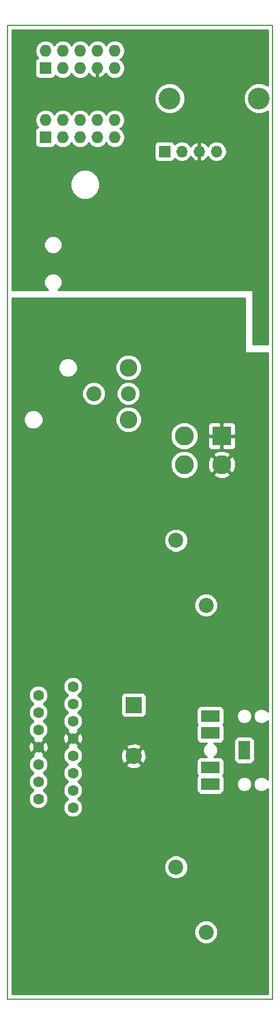
<source format=gbr>
G04 #@! TF.GenerationSoftware,KiCad,Pcbnew,(5.0.0-rc2-dev-311-g1dd4af297)*
G04 #@! TF.CreationDate,2018-05-15T09:42:03+02:00*
G04 #@! TF.ProjectId,resetUSB,72657365745553422E6B696361645F70,1.0*
G04 #@! TF.SameCoordinates,Original*
G04 #@! TF.FileFunction,Copper,L2,Bot,Signal*
G04 #@! TF.FilePolarity,Positive*
%FSLAX46Y46*%
G04 Gerber Fmt 4.6, Leading zero omitted, Abs format (unit mm)*
G04 Created by KiCad (PCBNEW (5.0.0-rc2-dev-311-g1dd4af297)) date 05/15/18 09:42:03*
%MOMM*%
%LPD*%
G01*
G04 APERTURE LIST*
%ADD10C,0.200000*%
%ADD11C,2.200000*%
%ADD12C,2.600000*%
%ADD13R,2.400000X2.400000*%
%ADD14C,2.400000*%
%ADD15C,3.200000*%
%ADD16R,1.727200X1.727200*%
%ADD17O,1.727200X1.727200*%
%ADD18O,1.700000X1.700000*%
%ADD19R,1.700000X1.700000*%
%ADD20R,2.800000X2.800000*%
%ADD21C,2.800000*%
%ADD22R,2.700000X1.700000*%
%ADD23R,1.700000X2.700000*%
%ADD24C,1.600000*%
%ADD25C,1.300000*%
%ADD26C,0.750000*%
%ADD27C,0.254000*%
G04 APERTURE END LIST*
D10*
X46037500Y-161932500D02*
X46037500Y-18932500D01*
X85037500Y-161932500D02*
X46037500Y-161932500D01*
X85037500Y-18932500D02*
X85037500Y-161932500D01*
X46037500Y-18932500D02*
X85037500Y-18932500D01*
D11*
X75247500Y-104112500D03*
X70807500Y-94582500D03*
X58747500Y-73032500D03*
X63827500Y-73032500D03*
D12*
X63827500Y-76842500D03*
X63827500Y-69222500D03*
D13*
X64579500Y-118754500D03*
D14*
X64579500Y-126254500D03*
D11*
X70807500Y-142582500D03*
X75247500Y-152112500D03*
D15*
X83011500Y-29686500D03*
X69871500Y-29686500D03*
D16*
X51625500Y-25242500D03*
D17*
X51625500Y-22702500D03*
X54165500Y-25242500D03*
X54165500Y-22702500D03*
X56705500Y-25242500D03*
X56705500Y-22702500D03*
X59245500Y-25242500D03*
X59245500Y-22702500D03*
X61785500Y-25242500D03*
X61785500Y-22702500D03*
X61785500Y-32862500D03*
X61785500Y-35402500D03*
X59245500Y-32862500D03*
X59245500Y-35402500D03*
X56705500Y-32862500D03*
X56705500Y-35402500D03*
X54165500Y-32862500D03*
X54165500Y-35402500D03*
X51625500Y-32862500D03*
D16*
X51625500Y-35402500D03*
D18*
X76771500Y-37474500D03*
X74231500Y-37474500D03*
X71691500Y-37474500D03*
D19*
X69151500Y-37474500D03*
D20*
X77533500Y-79257500D03*
D21*
X77533500Y-83457500D03*
X72033500Y-79257500D03*
X72033500Y-83457500D03*
D22*
X75857500Y-130394500D03*
X75857500Y-120394500D03*
X75857500Y-127894500D03*
X75857500Y-122894500D03*
D23*
X80857500Y-125394500D03*
D24*
X50587500Y-124932500D03*
X50587500Y-127472500D03*
X50587500Y-130012500D03*
X50587500Y-132552500D03*
X50587500Y-122392500D03*
X50587500Y-119852500D03*
X50587500Y-117312500D03*
X55667500Y-133822500D03*
X55667500Y-131282500D03*
X55667500Y-128742500D03*
X55667500Y-126202500D03*
X55667500Y-123662500D03*
X55667500Y-121122500D03*
X55667500Y-118582500D03*
X55667500Y-116042500D03*
D25*
X60515499Y-50822977D03*
X63360300Y-39567100D03*
X77760359Y-44261041D03*
X74104500Y-53349500D03*
X69151500Y-136534500D03*
X58991500Y-131962500D03*
X59753500Y-114436500D03*
X63690500Y-60334500D03*
X72326500Y-99704500D03*
X71691500Y-90243000D03*
X62166500Y-54746500D03*
X67373500Y-59826500D03*
X66873500Y-75798500D03*
X79510000Y-67143200D03*
D26*
X79510000Y-67143200D02*
X80272000Y-67143200D01*
D27*
G36*
X84302500Y-27816733D02*
X84277526Y-27791759D01*
X83456069Y-27451500D01*
X82566931Y-27451500D01*
X81745474Y-27791759D01*
X81116759Y-28420474D01*
X80776500Y-29241931D01*
X80776500Y-30131069D01*
X81116759Y-30952526D01*
X81745474Y-31581241D01*
X82566931Y-31921500D01*
X83456069Y-31921500D01*
X84277526Y-31581241D01*
X84302500Y-31556267D01*
X84302500Y-65805500D01*
X82164500Y-65805500D01*
X82164500Y-57932500D01*
X82154833Y-57883899D01*
X82127303Y-57842697D01*
X82086101Y-57815167D01*
X82037500Y-57805500D01*
X53502475Y-57805500D01*
X53869258Y-57438717D01*
X54072500Y-56948048D01*
X54072500Y-56416952D01*
X53869258Y-55926283D01*
X53493717Y-55550742D01*
X53003048Y-55347500D01*
X52471952Y-55347500D01*
X51981283Y-55550742D01*
X51605742Y-55926283D01*
X51402500Y-56416952D01*
X51402500Y-56948048D01*
X51605742Y-57438717D01*
X51972525Y-57805500D01*
X46772500Y-57805500D01*
X46772500Y-50916952D01*
X51402500Y-50916952D01*
X51402500Y-51448048D01*
X51605742Y-51938717D01*
X51981283Y-52314258D01*
X52471952Y-52517500D01*
X53003048Y-52517500D01*
X53493717Y-52314258D01*
X53869258Y-51938717D01*
X54072500Y-51448048D01*
X54072500Y-50916952D01*
X53869258Y-50426283D01*
X53493717Y-50050742D01*
X53003048Y-49847500D01*
X52471952Y-49847500D01*
X51981283Y-50050742D01*
X51605742Y-50426283D01*
X51402500Y-50916952D01*
X46772500Y-50916952D01*
X46772500Y-41897876D01*
X55252500Y-41897876D01*
X55252500Y-42767124D01*
X55585146Y-43570203D01*
X56199797Y-44184854D01*
X57002876Y-44517500D01*
X57872124Y-44517500D01*
X58675203Y-44184854D01*
X59289854Y-43570203D01*
X59622500Y-42767124D01*
X59622500Y-41897876D01*
X59289854Y-41094797D01*
X58675203Y-40480146D01*
X57872124Y-40147500D01*
X57002876Y-40147500D01*
X56199797Y-40480146D01*
X55585146Y-41094797D01*
X55252500Y-41897876D01*
X46772500Y-41897876D01*
X46772500Y-32862500D01*
X50097541Y-32862500D01*
X50213850Y-33447225D01*
X50540151Y-33935568D01*
X50514135Y-33940743D01*
X50304091Y-34081091D01*
X50163743Y-34291135D01*
X50114460Y-34538900D01*
X50114460Y-36266100D01*
X50163743Y-36513865D01*
X50304091Y-36723909D01*
X50514135Y-36864257D01*
X50761900Y-36913540D01*
X52489100Y-36913540D01*
X52736865Y-36864257D01*
X52946909Y-36723909D01*
X53087257Y-36513865D01*
X53092432Y-36487849D01*
X53580775Y-36814150D01*
X54017902Y-36901100D01*
X54313098Y-36901100D01*
X54750225Y-36814150D01*
X55245930Y-36482930D01*
X55435500Y-36199219D01*
X55625070Y-36482930D01*
X56120775Y-36814150D01*
X56557902Y-36901100D01*
X56853098Y-36901100D01*
X57290225Y-36814150D01*
X57785930Y-36482930D01*
X57975500Y-36199219D01*
X58165070Y-36482930D01*
X58660775Y-36814150D01*
X59097902Y-36901100D01*
X59393098Y-36901100D01*
X59830225Y-36814150D01*
X60325930Y-36482930D01*
X60515500Y-36199219D01*
X60705070Y-36482930D01*
X61200775Y-36814150D01*
X61637902Y-36901100D01*
X61933098Y-36901100D01*
X62370225Y-36814150D01*
X62654055Y-36624500D01*
X67654060Y-36624500D01*
X67654060Y-38324500D01*
X67703343Y-38572265D01*
X67843691Y-38782309D01*
X68053735Y-38922657D01*
X68301500Y-38971940D01*
X70001500Y-38971940D01*
X70249265Y-38922657D01*
X70459309Y-38782309D01*
X70599657Y-38572265D01*
X70608684Y-38526881D01*
X70620875Y-38545125D01*
X71112082Y-38873339D01*
X71545244Y-38959500D01*
X71837756Y-38959500D01*
X72270918Y-38873339D01*
X72762125Y-38545125D01*
X72975343Y-38226022D01*
X73036317Y-38355858D01*
X73464576Y-38746145D01*
X73874610Y-38915976D01*
X74104500Y-38794655D01*
X74104500Y-37601500D01*
X74084500Y-37601500D01*
X74084500Y-37347500D01*
X74104500Y-37347500D01*
X74104500Y-36154345D01*
X74358500Y-36154345D01*
X74358500Y-37347500D01*
X74378500Y-37347500D01*
X74378500Y-37601500D01*
X74358500Y-37601500D01*
X74358500Y-38794655D01*
X74588390Y-38915976D01*
X74998424Y-38746145D01*
X75426683Y-38355858D01*
X75487657Y-38226022D01*
X75700875Y-38545125D01*
X76192082Y-38873339D01*
X76625244Y-38959500D01*
X76917756Y-38959500D01*
X77350918Y-38873339D01*
X77842125Y-38545125D01*
X78170339Y-38053918D01*
X78285592Y-37474500D01*
X78170339Y-36895082D01*
X77842125Y-36403875D01*
X77350918Y-36075661D01*
X76917756Y-35989500D01*
X76625244Y-35989500D01*
X76192082Y-36075661D01*
X75700875Y-36403875D01*
X75487657Y-36722978D01*
X75426683Y-36593142D01*
X74998424Y-36202855D01*
X74588390Y-36033024D01*
X74358500Y-36154345D01*
X74104500Y-36154345D01*
X73874610Y-36033024D01*
X73464576Y-36202855D01*
X73036317Y-36593142D01*
X72975343Y-36722978D01*
X72762125Y-36403875D01*
X72270918Y-36075661D01*
X71837756Y-35989500D01*
X71545244Y-35989500D01*
X71112082Y-36075661D01*
X70620875Y-36403875D01*
X70608684Y-36422119D01*
X70599657Y-36376735D01*
X70459309Y-36166691D01*
X70249265Y-36026343D01*
X70001500Y-35977060D01*
X68301500Y-35977060D01*
X68053735Y-36026343D01*
X67843691Y-36166691D01*
X67703343Y-36376735D01*
X67654060Y-36624500D01*
X62654055Y-36624500D01*
X62865930Y-36482930D01*
X63197150Y-35987225D01*
X63313459Y-35402500D01*
X63197150Y-34817775D01*
X62865930Y-34322070D01*
X62582219Y-34132500D01*
X62865930Y-33942930D01*
X63197150Y-33447225D01*
X63313459Y-32862500D01*
X63197150Y-32277775D01*
X62865930Y-31782070D01*
X62370225Y-31450850D01*
X61933098Y-31363900D01*
X61637902Y-31363900D01*
X61200775Y-31450850D01*
X60705070Y-31782070D01*
X60515500Y-32065781D01*
X60325930Y-31782070D01*
X59830225Y-31450850D01*
X59393098Y-31363900D01*
X59097902Y-31363900D01*
X58660775Y-31450850D01*
X58165070Y-31782070D01*
X57975500Y-32065781D01*
X57785930Y-31782070D01*
X57290225Y-31450850D01*
X56853098Y-31363900D01*
X56557902Y-31363900D01*
X56120775Y-31450850D01*
X55625070Y-31782070D01*
X55435500Y-32065781D01*
X55245930Y-31782070D01*
X54750225Y-31450850D01*
X54313098Y-31363900D01*
X54017902Y-31363900D01*
X53580775Y-31450850D01*
X53085070Y-31782070D01*
X52895500Y-32065781D01*
X52705930Y-31782070D01*
X52210225Y-31450850D01*
X51773098Y-31363900D01*
X51477902Y-31363900D01*
X51040775Y-31450850D01*
X50545070Y-31782070D01*
X50213850Y-32277775D01*
X50097541Y-32862500D01*
X46772500Y-32862500D01*
X46772500Y-29241931D01*
X67636500Y-29241931D01*
X67636500Y-30131069D01*
X67976759Y-30952526D01*
X68605474Y-31581241D01*
X69426931Y-31921500D01*
X70316069Y-31921500D01*
X71137526Y-31581241D01*
X71766241Y-30952526D01*
X72106500Y-30131069D01*
X72106500Y-29241931D01*
X71766241Y-28420474D01*
X71137526Y-27791759D01*
X70316069Y-27451500D01*
X69426931Y-27451500D01*
X68605474Y-27791759D01*
X67976759Y-28420474D01*
X67636500Y-29241931D01*
X46772500Y-29241931D01*
X46772500Y-22702500D01*
X50097541Y-22702500D01*
X50213850Y-23287225D01*
X50540151Y-23775568D01*
X50514135Y-23780743D01*
X50304091Y-23921091D01*
X50163743Y-24131135D01*
X50114460Y-24378900D01*
X50114460Y-26106100D01*
X50163743Y-26353865D01*
X50304091Y-26563909D01*
X50514135Y-26704257D01*
X50761900Y-26753540D01*
X52489100Y-26753540D01*
X52736865Y-26704257D01*
X52946909Y-26563909D01*
X53087257Y-26353865D01*
X53092432Y-26327849D01*
X53580775Y-26654150D01*
X54017902Y-26741100D01*
X54313098Y-26741100D01*
X54750225Y-26654150D01*
X55245930Y-26322930D01*
X55435500Y-26039219D01*
X55625070Y-26322930D01*
X56120775Y-26654150D01*
X56557902Y-26741100D01*
X56853098Y-26741100D01*
X57290225Y-26654150D01*
X57785930Y-26322930D01*
X57978537Y-26034674D01*
X58357010Y-26449321D01*
X58886473Y-26697468D01*
X59118500Y-26576969D01*
X59118500Y-25369500D01*
X59098500Y-25369500D01*
X59098500Y-25115500D01*
X59118500Y-25115500D01*
X59118500Y-25095500D01*
X59372500Y-25095500D01*
X59372500Y-25115500D01*
X59392500Y-25115500D01*
X59392500Y-25369500D01*
X59372500Y-25369500D01*
X59372500Y-26576969D01*
X59604527Y-26697468D01*
X60133990Y-26449321D01*
X60512463Y-26034674D01*
X60705070Y-26322930D01*
X61200775Y-26654150D01*
X61637902Y-26741100D01*
X61933098Y-26741100D01*
X62370225Y-26654150D01*
X62865930Y-26322930D01*
X63197150Y-25827225D01*
X63313459Y-25242500D01*
X63197150Y-24657775D01*
X62865930Y-24162070D01*
X62582219Y-23972500D01*
X62865930Y-23782930D01*
X63197150Y-23287225D01*
X63313459Y-22702500D01*
X63197150Y-22117775D01*
X62865930Y-21622070D01*
X62370225Y-21290850D01*
X61933098Y-21203900D01*
X61637902Y-21203900D01*
X61200775Y-21290850D01*
X60705070Y-21622070D01*
X60515500Y-21905781D01*
X60325930Y-21622070D01*
X59830225Y-21290850D01*
X59393098Y-21203900D01*
X59097902Y-21203900D01*
X58660775Y-21290850D01*
X58165070Y-21622070D01*
X57975500Y-21905781D01*
X57785930Y-21622070D01*
X57290225Y-21290850D01*
X56853098Y-21203900D01*
X56557902Y-21203900D01*
X56120775Y-21290850D01*
X55625070Y-21622070D01*
X55435500Y-21905781D01*
X55245930Y-21622070D01*
X54750225Y-21290850D01*
X54313098Y-21203900D01*
X54017902Y-21203900D01*
X53580775Y-21290850D01*
X53085070Y-21622070D01*
X52895500Y-21905781D01*
X52705930Y-21622070D01*
X52210225Y-21290850D01*
X51773098Y-21203900D01*
X51477902Y-21203900D01*
X51040775Y-21290850D01*
X50545070Y-21622070D01*
X50213850Y-22117775D01*
X50097541Y-22702500D01*
X46772500Y-22702500D01*
X46772500Y-19667500D01*
X84302500Y-19667500D01*
X84302500Y-27816733D01*
X84302500Y-27816733D01*
G37*
X84302500Y-27816733D02*
X84277526Y-27791759D01*
X83456069Y-27451500D01*
X82566931Y-27451500D01*
X81745474Y-27791759D01*
X81116759Y-28420474D01*
X80776500Y-29241931D01*
X80776500Y-30131069D01*
X81116759Y-30952526D01*
X81745474Y-31581241D01*
X82566931Y-31921500D01*
X83456069Y-31921500D01*
X84277526Y-31581241D01*
X84302500Y-31556267D01*
X84302500Y-65805500D01*
X82164500Y-65805500D01*
X82164500Y-57932500D01*
X82154833Y-57883899D01*
X82127303Y-57842697D01*
X82086101Y-57815167D01*
X82037500Y-57805500D01*
X53502475Y-57805500D01*
X53869258Y-57438717D01*
X54072500Y-56948048D01*
X54072500Y-56416952D01*
X53869258Y-55926283D01*
X53493717Y-55550742D01*
X53003048Y-55347500D01*
X52471952Y-55347500D01*
X51981283Y-55550742D01*
X51605742Y-55926283D01*
X51402500Y-56416952D01*
X51402500Y-56948048D01*
X51605742Y-57438717D01*
X51972525Y-57805500D01*
X46772500Y-57805500D01*
X46772500Y-50916952D01*
X51402500Y-50916952D01*
X51402500Y-51448048D01*
X51605742Y-51938717D01*
X51981283Y-52314258D01*
X52471952Y-52517500D01*
X53003048Y-52517500D01*
X53493717Y-52314258D01*
X53869258Y-51938717D01*
X54072500Y-51448048D01*
X54072500Y-50916952D01*
X53869258Y-50426283D01*
X53493717Y-50050742D01*
X53003048Y-49847500D01*
X52471952Y-49847500D01*
X51981283Y-50050742D01*
X51605742Y-50426283D01*
X51402500Y-50916952D01*
X46772500Y-50916952D01*
X46772500Y-41897876D01*
X55252500Y-41897876D01*
X55252500Y-42767124D01*
X55585146Y-43570203D01*
X56199797Y-44184854D01*
X57002876Y-44517500D01*
X57872124Y-44517500D01*
X58675203Y-44184854D01*
X59289854Y-43570203D01*
X59622500Y-42767124D01*
X59622500Y-41897876D01*
X59289854Y-41094797D01*
X58675203Y-40480146D01*
X57872124Y-40147500D01*
X57002876Y-40147500D01*
X56199797Y-40480146D01*
X55585146Y-41094797D01*
X55252500Y-41897876D01*
X46772500Y-41897876D01*
X46772500Y-32862500D01*
X50097541Y-32862500D01*
X50213850Y-33447225D01*
X50540151Y-33935568D01*
X50514135Y-33940743D01*
X50304091Y-34081091D01*
X50163743Y-34291135D01*
X50114460Y-34538900D01*
X50114460Y-36266100D01*
X50163743Y-36513865D01*
X50304091Y-36723909D01*
X50514135Y-36864257D01*
X50761900Y-36913540D01*
X52489100Y-36913540D01*
X52736865Y-36864257D01*
X52946909Y-36723909D01*
X53087257Y-36513865D01*
X53092432Y-36487849D01*
X53580775Y-36814150D01*
X54017902Y-36901100D01*
X54313098Y-36901100D01*
X54750225Y-36814150D01*
X55245930Y-36482930D01*
X55435500Y-36199219D01*
X55625070Y-36482930D01*
X56120775Y-36814150D01*
X56557902Y-36901100D01*
X56853098Y-36901100D01*
X57290225Y-36814150D01*
X57785930Y-36482930D01*
X57975500Y-36199219D01*
X58165070Y-36482930D01*
X58660775Y-36814150D01*
X59097902Y-36901100D01*
X59393098Y-36901100D01*
X59830225Y-36814150D01*
X60325930Y-36482930D01*
X60515500Y-36199219D01*
X60705070Y-36482930D01*
X61200775Y-36814150D01*
X61637902Y-36901100D01*
X61933098Y-36901100D01*
X62370225Y-36814150D01*
X62654055Y-36624500D01*
X67654060Y-36624500D01*
X67654060Y-38324500D01*
X67703343Y-38572265D01*
X67843691Y-38782309D01*
X68053735Y-38922657D01*
X68301500Y-38971940D01*
X70001500Y-38971940D01*
X70249265Y-38922657D01*
X70459309Y-38782309D01*
X70599657Y-38572265D01*
X70608684Y-38526881D01*
X70620875Y-38545125D01*
X71112082Y-38873339D01*
X71545244Y-38959500D01*
X71837756Y-38959500D01*
X72270918Y-38873339D01*
X72762125Y-38545125D01*
X72975343Y-38226022D01*
X73036317Y-38355858D01*
X73464576Y-38746145D01*
X73874610Y-38915976D01*
X74104500Y-38794655D01*
X74104500Y-37601500D01*
X74084500Y-37601500D01*
X74084500Y-37347500D01*
X74104500Y-37347500D01*
X74104500Y-36154345D01*
X74358500Y-36154345D01*
X74358500Y-37347500D01*
X74378500Y-37347500D01*
X74378500Y-37601500D01*
X74358500Y-37601500D01*
X74358500Y-38794655D01*
X74588390Y-38915976D01*
X74998424Y-38746145D01*
X75426683Y-38355858D01*
X75487657Y-38226022D01*
X75700875Y-38545125D01*
X76192082Y-38873339D01*
X76625244Y-38959500D01*
X76917756Y-38959500D01*
X77350918Y-38873339D01*
X77842125Y-38545125D01*
X78170339Y-38053918D01*
X78285592Y-37474500D01*
X78170339Y-36895082D01*
X77842125Y-36403875D01*
X77350918Y-36075661D01*
X76917756Y-35989500D01*
X76625244Y-35989500D01*
X76192082Y-36075661D01*
X75700875Y-36403875D01*
X75487657Y-36722978D01*
X75426683Y-36593142D01*
X74998424Y-36202855D01*
X74588390Y-36033024D01*
X74358500Y-36154345D01*
X74104500Y-36154345D01*
X73874610Y-36033024D01*
X73464576Y-36202855D01*
X73036317Y-36593142D01*
X72975343Y-36722978D01*
X72762125Y-36403875D01*
X72270918Y-36075661D01*
X71837756Y-35989500D01*
X71545244Y-35989500D01*
X71112082Y-36075661D01*
X70620875Y-36403875D01*
X70608684Y-36422119D01*
X70599657Y-36376735D01*
X70459309Y-36166691D01*
X70249265Y-36026343D01*
X70001500Y-35977060D01*
X68301500Y-35977060D01*
X68053735Y-36026343D01*
X67843691Y-36166691D01*
X67703343Y-36376735D01*
X67654060Y-36624500D01*
X62654055Y-36624500D01*
X62865930Y-36482930D01*
X63197150Y-35987225D01*
X63313459Y-35402500D01*
X63197150Y-34817775D01*
X62865930Y-34322070D01*
X62582219Y-34132500D01*
X62865930Y-33942930D01*
X63197150Y-33447225D01*
X63313459Y-32862500D01*
X63197150Y-32277775D01*
X62865930Y-31782070D01*
X62370225Y-31450850D01*
X61933098Y-31363900D01*
X61637902Y-31363900D01*
X61200775Y-31450850D01*
X60705070Y-31782070D01*
X60515500Y-32065781D01*
X60325930Y-31782070D01*
X59830225Y-31450850D01*
X59393098Y-31363900D01*
X59097902Y-31363900D01*
X58660775Y-31450850D01*
X58165070Y-31782070D01*
X57975500Y-32065781D01*
X57785930Y-31782070D01*
X57290225Y-31450850D01*
X56853098Y-31363900D01*
X56557902Y-31363900D01*
X56120775Y-31450850D01*
X55625070Y-31782070D01*
X55435500Y-32065781D01*
X55245930Y-31782070D01*
X54750225Y-31450850D01*
X54313098Y-31363900D01*
X54017902Y-31363900D01*
X53580775Y-31450850D01*
X53085070Y-31782070D01*
X52895500Y-32065781D01*
X52705930Y-31782070D01*
X52210225Y-31450850D01*
X51773098Y-31363900D01*
X51477902Y-31363900D01*
X51040775Y-31450850D01*
X50545070Y-31782070D01*
X50213850Y-32277775D01*
X50097541Y-32862500D01*
X46772500Y-32862500D01*
X46772500Y-29241931D01*
X67636500Y-29241931D01*
X67636500Y-30131069D01*
X67976759Y-30952526D01*
X68605474Y-31581241D01*
X69426931Y-31921500D01*
X70316069Y-31921500D01*
X71137526Y-31581241D01*
X71766241Y-30952526D01*
X72106500Y-30131069D01*
X72106500Y-29241931D01*
X71766241Y-28420474D01*
X71137526Y-27791759D01*
X70316069Y-27451500D01*
X69426931Y-27451500D01*
X68605474Y-27791759D01*
X67976759Y-28420474D01*
X67636500Y-29241931D01*
X46772500Y-29241931D01*
X46772500Y-22702500D01*
X50097541Y-22702500D01*
X50213850Y-23287225D01*
X50540151Y-23775568D01*
X50514135Y-23780743D01*
X50304091Y-23921091D01*
X50163743Y-24131135D01*
X50114460Y-24378900D01*
X50114460Y-26106100D01*
X50163743Y-26353865D01*
X50304091Y-26563909D01*
X50514135Y-26704257D01*
X50761900Y-26753540D01*
X52489100Y-26753540D01*
X52736865Y-26704257D01*
X52946909Y-26563909D01*
X53087257Y-26353865D01*
X53092432Y-26327849D01*
X53580775Y-26654150D01*
X54017902Y-26741100D01*
X54313098Y-26741100D01*
X54750225Y-26654150D01*
X55245930Y-26322930D01*
X55435500Y-26039219D01*
X55625070Y-26322930D01*
X56120775Y-26654150D01*
X56557902Y-26741100D01*
X56853098Y-26741100D01*
X57290225Y-26654150D01*
X57785930Y-26322930D01*
X57978537Y-26034674D01*
X58357010Y-26449321D01*
X58886473Y-26697468D01*
X59118500Y-26576969D01*
X59118500Y-25369500D01*
X59098500Y-25369500D01*
X59098500Y-25115500D01*
X59118500Y-25115500D01*
X59118500Y-25095500D01*
X59372500Y-25095500D01*
X59372500Y-25115500D01*
X59392500Y-25115500D01*
X59392500Y-25369500D01*
X59372500Y-25369500D01*
X59372500Y-26576969D01*
X59604527Y-26697468D01*
X60133990Y-26449321D01*
X60512463Y-26034674D01*
X60705070Y-26322930D01*
X61200775Y-26654150D01*
X61637902Y-26741100D01*
X61933098Y-26741100D01*
X62370225Y-26654150D01*
X62865930Y-26322930D01*
X63197150Y-25827225D01*
X63313459Y-25242500D01*
X63197150Y-24657775D01*
X62865930Y-24162070D01*
X62582219Y-23972500D01*
X62865930Y-23782930D01*
X63197150Y-23287225D01*
X63313459Y-22702500D01*
X63197150Y-22117775D01*
X62865930Y-21622070D01*
X62370225Y-21290850D01*
X61933098Y-21203900D01*
X61637902Y-21203900D01*
X61200775Y-21290850D01*
X60705070Y-21622070D01*
X60515500Y-21905781D01*
X60325930Y-21622070D01*
X59830225Y-21290850D01*
X59393098Y-21203900D01*
X59097902Y-21203900D01*
X58660775Y-21290850D01*
X58165070Y-21622070D01*
X57975500Y-21905781D01*
X57785930Y-21622070D01*
X57290225Y-21290850D01*
X56853098Y-21203900D01*
X56557902Y-21203900D01*
X56120775Y-21290850D01*
X55625070Y-21622070D01*
X55435500Y-21905781D01*
X55245930Y-21622070D01*
X54750225Y-21290850D01*
X54313098Y-21203900D01*
X54017902Y-21203900D01*
X53580775Y-21290850D01*
X53085070Y-21622070D01*
X52895500Y-21905781D01*
X52705930Y-21622070D01*
X52210225Y-21290850D01*
X51773098Y-21203900D01*
X51477902Y-21203900D01*
X51040775Y-21290850D01*
X50545070Y-21622070D01*
X50213850Y-22117775D01*
X50097541Y-22702500D01*
X46772500Y-22702500D01*
X46772500Y-19667500D01*
X84302500Y-19667500D01*
X84302500Y-27816733D01*
G36*
X80910500Y-66932500D02*
X80920167Y-66981101D01*
X80947697Y-67022303D01*
X80988899Y-67049833D01*
X81037500Y-67059500D01*
X84302500Y-67059500D01*
X84302501Y-119734368D01*
X84000426Y-119432293D01*
X83583266Y-119259500D01*
X83131734Y-119259500D01*
X82714574Y-119432293D01*
X82395293Y-119751574D01*
X82222500Y-120168734D01*
X82222500Y-120620266D01*
X82395293Y-121037426D01*
X82714574Y-121356707D01*
X83131734Y-121529500D01*
X83583266Y-121529500D01*
X84000426Y-121356707D01*
X84302501Y-121054632D01*
X84302501Y-129734368D01*
X84000426Y-129432293D01*
X83583266Y-129259500D01*
X83131734Y-129259500D01*
X82714574Y-129432293D01*
X82395293Y-129751574D01*
X82222500Y-130168734D01*
X82222500Y-130620266D01*
X82395293Y-131037426D01*
X82714574Y-131356707D01*
X83131734Y-131529500D01*
X83583266Y-131529500D01*
X84000426Y-131356707D01*
X84302501Y-131054632D01*
X84302501Y-161197500D01*
X46772500Y-161197500D01*
X46772500Y-151767387D01*
X73512500Y-151767387D01*
X73512500Y-152457613D01*
X73776638Y-153095299D01*
X74264701Y-153583362D01*
X74902387Y-153847500D01*
X75592613Y-153847500D01*
X76230299Y-153583362D01*
X76718362Y-153095299D01*
X76982500Y-152457613D01*
X76982500Y-151767387D01*
X76718362Y-151129701D01*
X76230299Y-150641638D01*
X75592613Y-150377500D01*
X74902387Y-150377500D01*
X74264701Y-150641638D01*
X73776638Y-151129701D01*
X73512500Y-151767387D01*
X46772500Y-151767387D01*
X46772500Y-142237387D01*
X69072500Y-142237387D01*
X69072500Y-142927613D01*
X69336638Y-143565299D01*
X69824701Y-144053362D01*
X70462387Y-144317500D01*
X71152613Y-144317500D01*
X71790299Y-144053362D01*
X72278362Y-143565299D01*
X72542500Y-142927613D01*
X72542500Y-142237387D01*
X72278362Y-141599701D01*
X71790299Y-141111638D01*
X71152613Y-140847500D01*
X70462387Y-140847500D01*
X69824701Y-141111638D01*
X69336638Y-141599701D01*
X69072500Y-142237387D01*
X46772500Y-142237387D01*
X46772500Y-127187061D01*
X49152500Y-127187061D01*
X49152500Y-127757939D01*
X49370966Y-128285362D01*
X49774638Y-128689034D01*
X49903716Y-128742500D01*
X49774638Y-128795966D01*
X49370966Y-129199638D01*
X49152500Y-129727061D01*
X49152500Y-130297939D01*
X49370966Y-130825362D01*
X49774638Y-131229034D01*
X49903716Y-131282500D01*
X49774638Y-131335966D01*
X49370966Y-131739638D01*
X49152500Y-132267061D01*
X49152500Y-132837939D01*
X49370966Y-133365362D01*
X49774638Y-133769034D01*
X50302061Y-133987500D01*
X50872939Y-133987500D01*
X51400362Y-133769034D01*
X51804034Y-133365362D01*
X52022500Y-132837939D01*
X52022500Y-132267061D01*
X51804034Y-131739638D01*
X51400362Y-131335966D01*
X51271284Y-131282500D01*
X51400362Y-131229034D01*
X51804034Y-130825362D01*
X52022500Y-130297939D01*
X52022500Y-129727061D01*
X51804034Y-129199638D01*
X51400362Y-128795966D01*
X51271284Y-128742500D01*
X51400362Y-128689034D01*
X51804034Y-128285362D01*
X52022500Y-127757939D01*
X52022500Y-127187061D01*
X51804034Y-126659638D01*
X51400362Y-126255966D01*
X51286917Y-126208975D01*
X51341505Y-126186364D01*
X51415639Y-125940245D01*
X51392456Y-125917061D01*
X54232500Y-125917061D01*
X54232500Y-126487939D01*
X54450966Y-127015362D01*
X54854638Y-127419034D01*
X54983716Y-127472500D01*
X54854638Y-127525966D01*
X54450966Y-127929638D01*
X54232500Y-128457061D01*
X54232500Y-129027939D01*
X54450966Y-129555362D01*
X54854638Y-129959034D01*
X54983716Y-130012500D01*
X54854638Y-130065966D01*
X54450966Y-130469638D01*
X54232500Y-130997061D01*
X54232500Y-131567939D01*
X54450966Y-132095362D01*
X54854638Y-132499034D01*
X54983716Y-132552500D01*
X54854638Y-132605966D01*
X54450966Y-133009638D01*
X54232500Y-133537061D01*
X54232500Y-134107939D01*
X54450966Y-134635362D01*
X54854638Y-135039034D01*
X55382061Y-135257500D01*
X55952939Y-135257500D01*
X56480362Y-135039034D01*
X56884034Y-134635362D01*
X57102500Y-134107939D01*
X57102500Y-133537061D01*
X56884034Y-133009638D01*
X56480362Y-132605966D01*
X56351284Y-132552500D01*
X56480362Y-132499034D01*
X56884034Y-132095362D01*
X57102500Y-131567939D01*
X57102500Y-130997061D01*
X56884034Y-130469638D01*
X56480362Y-130065966D01*
X56351284Y-130012500D01*
X56480362Y-129959034D01*
X56884034Y-129555362D01*
X57102500Y-129027939D01*
X57102500Y-128457061D01*
X56884034Y-127929638D01*
X56506071Y-127551675D01*
X63461930Y-127551675D01*
X63585065Y-127839288D01*
X64267234Y-128099207D01*
X64996943Y-128078286D01*
X65573935Y-127839288D01*
X65697070Y-127551675D01*
X64579500Y-126434105D01*
X63461930Y-127551675D01*
X56506071Y-127551675D01*
X56480362Y-127525966D01*
X56351284Y-127472500D01*
X56480362Y-127419034D01*
X56884034Y-127015362D01*
X57102500Y-126487939D01*
X57102500Y-125942234D01*
X62734793Y-125942234D01*
X62755714Y-126671943D01*
X62994712Y-127248935D01*
X63282325Y-127372070D01*
X64399895Y-126254500D01*
X64759105Y-126254500D01*
X65876675Y-127372070D01*
X66164288Y-127248935D01*
X66424207Y-126566766D01*
X66403286Y-125837057D01*
X66164288Y-125260065D01*
X65876675Y-125136930D01*
X64759105Y-126254500D01*
X64399895Y-126254500D01*
X63282325Y-125136930D01*
X62994712Y-125260065D01*
X62734793Y-125942234D01*
X57102500Y-125942234D01*
X57102500Y-125917061D01*
X56884034Y-125389638D01*
X56480362Y-124985966D01*
X56411218Y-124957325D01*
X63461930Y-124957325D01*
X64579500Y-126074895D01*
X65697070Y-124957325D01*
X65573935Y-124669712D01*
X64891766Y-124409793D01*
X64162057Y-124430714D01*
X63585065Y-124669712D01*
X63461930Y-124957325D01*
X56411218Y-124957325D01*
X56366917Y-124938975D01*
X56421505Y-124916364D01*
X56495639Y-124670245D01*
X55667500Y-123842105D01*
X54839361Y-124670245D01*
X54913495Y-124916364D01*
X54971948Y-124937374D01*
X54854638Y-124985966D01*
X54450966Y-125389638D01*
X54232500Y-125917061D01*
X51392456Y-125917061D01*
X50587500Y-125112105D01*
X49759361Y-125940245D01*
X49833495Y-126186364D01*
X49891948Y-126207374D01*
X49774638Y-126255966D01*
X49370966Y-126659638D01*
X49152500Y-127187061D01*
X46772500Y-127187061D01*
X46772500Y-124715723D01*
X49140535Y-124715723D01*
X49167722Y-125285954D01*
X49333636Y-125686505D01*
X49579755Y-125760639D01*
X50407895Y-124932500D01*
X50767105Y-124932500D01*
X51595245Y-125760639D01*
X51841364Y-125686505D01*
X52034465Y-125149277D01*
X52007278Y-124579046D01*
X51841364Y-124178495D01*
X51595245Y-124104361D01*
X50767105Y-124932500D01*
X50407895Y-124932500D01*
X49579755Y-124104361D01*
X49333636Y-124178495D01*
X49140535Y-124715723D01*
X46772500Y-124715723D01*
X46772500Y-117027061D01*
X49152500Y-117027061D01*
X49152500Y-117597939D01*
X49370966Y-118125362D01*
X49774638Y-118529034D01*
X49903716Y-118582500D01*
X49774638Y-118635966D01*
X49370966Y-119039638D01*
X49152500Y-119567061D01*
X49152500Y-120137939D01*
X49370966Y-120665362D01*
X49774638Y-121069034D01*
X49903716Y-121122500D01*
X49774638Y-121175966D01*
X49370966Y-121579638D01*
X49152500Y-122107061D01*
X49152500Y-122677939D01*
X49370966Y-123205362D01*
X49774638Y-123609034D01*
X49888083Y-123656025D01*
X49833495Y-123678636D01*
X49759361Y-123924755D01*
X50587500Y-124752895D01*
X51415639Y-123924755D01*
X51341505Y-123678636D01*
X51283052Y-123657626D01*
X51400362Y-123609034D01*
X51563673Y-123445723D01*
X54220535Y-123445723D01*
X54247722Y-124015954D01*
X54413636Y-124416505D01*
X54659755Y-124490639D01*
X55487895Y-123662500D01*
X55847105Y-123662500D01*
X56675245Y-124490639D01*
X56921364Y-124416505D01*
X57114465Y-123879277D01*
X57087278Y-123309046D01*
X56921364Y-122908495D01*
X56675245Y-122834361D01*
X55847105Y-123662500D01*
X55487895Y-123662500D01*
X54659755Y-122834361D01*
X54413636Y-122908495D01*
X54220535Y-123445723D01*
X51563673Y-123445723D01*
X51804034Y-123205362D01*
X52022500Y-122677939D01*
X52022500Y-122107061D01*
X51804034Y-121579638D01*
X51400362Y-121175966D01*
X51271284Y-121122500D01*
X51400362Y-121069034D01*
X51804034Y-120665362D01*
X52022500Y-120137939D01*
X52022500Y-119567061D01*
X51804034Y-119039638D01*
X51400362Y-118635966D01*
X51271284Y-118582500D01*
X51400362Y-118529034D01*
X51804034Y-118125362D01*
X52022500Y-117597939D01*
X52022500Y-117027061D01*
X51804034Y-116499638D01*
X51400362Y-116095966D01*
X50872939Y-115877500D01*
X50302061Y-115877500D01*
X49774638Y-116095966D01*
X49370966Y-116499638D01*
X49152500Y-117027061D01*
X46772500Y-117027061D01*
X46772500Y-115757061D01*
X54232500Y-115757061D01*
X54232500Y-116327939D01*
X54450966Y-116855362D01*
X54854638Y-117259034D01*
X54983716Y-117312500D01*
X54854638Y-117365966D01*
X54450966Y-117769638D01*
X54232500Y-118297061D01*
X54232500Y-118867939D01*
X54450966Y-119395362D01*
X54854638Y-119799034D01*
X54983716Y-119852500D01*
X54854638Y-119905966D01*
X54450966Y-120309638D01*
X54232500Y-120837061D01*
X54232500Y-121407939D01*
X54450966Y-121935362D01*
X54854638Y-122339034D01*
X54968083Y-122386025D01*
X54913495Y-122408636D01*
X54839361Y-122654755D01*
X55667500Y-123482895D01*
X56495639Y-122654755D01*
X56421505Y-122408636D01*
X56363052Y-122387626D01*
X56480362Y-122339034D01*
X56884034Y-121935362D01*
X57102500Y-121407939D01*
X57102500Y-120837061D01*
X56884034Y-120309638D01*
X56480362Y-119905966D01*
X56351284Y-119852500D01*
X56480362Y-119799034D01*
X56884034Y-119395362D01*
X57102500Y-118867939D01*
X57102500Y-118297061D01*
X56884034Y-117769638D01*
X56668896Y-117554500D01*
X62732060Y-117554500D01*
X62732060Y-119954500D01*
X62781343Y-120202265D01*
X62921691Y-120412309D01*
X63131735Y-120552657D01*
X63379500Y-120601940D01*
X65779500Y-120601940D01*
X66027265Y-120552657D01*
X66237309Y-120412309D01*
X66377657Y-120202265D01*
X66426940Y-119954500D01*
X66426940Y-119544500D01*
X73860060Y-119544500D01*
X73860060Y-121244500D01*
X73909343Y-121492265D01*
X74011064Y-121644500D01*
X73909343Y-121796735D01*
X73860060Y-122044500D01*
X73860060Y-123744500D01*
X73909343Y-123992265D01*
X74049691Y-124202309D01*
X74259735Y-124342657D01*
X74507500Y-124391940D01*
X75311995Y-124391940D01*
X75214574Y-124432293D01*
X74895293Y-124751574D01*
X74722500Y-125168734D01*
X74722500Y-125620266D01*
X74895293Y-126037426D01*
X75214574Y-126356707D01*
X75311995Y-126397060D01*
X74507500Y-126397060D01*
X74259735Y-126446343D01*
X74049691Y-126586691D01*
X73909343Y-126796735D01*
X73860060Y-127044500D01*
X73860060Y-128744500D01*
X73909343Y-128992265D01*
X74011064Y-129144500D01*
X73909343Y-129296735D01*
X73860060Y-129544500D01*
X73860060Y-131244500D01*
X73909343Y-131492265D01*
X74049691Y-131702309D01*
X74259735Y-131842657D01*
X74507500Y-131891940D01*
X77207500Y-131891940D01*
X77455265Y-131842657D01*
X77665309Y-131702309D01*
X77805657Y-131492265D01*
X77854940Y-131244500D01*
X77854940Y-130168734D01*
X79722500Y-130168734D01*
X79722500Y-130620266D01*
X79895293Y-131037426D01*
X80214574Y-131356707D01*
X80631734Y-131529500D01*
X81083266Y-131529500D01*
X81500426Y-131356707D01*
X81819707Y-131037426D01*
X81992500Y-130620266D01*
X81992500Y-130168734D01*
X81819707Y-129751574D01*
X81500426Y-129432293D01*
X81083266Y-129259500D01*
X80631734Y-129259500D01*
X80214574Y-129432293D01*
X79895293Y-129751574D01*
X79722500Y-130168734D01*
X77854940Y-130168734D01*
X77854940Y-129544500D01*
X77805657Y-129296735D01*
X77703936Y-129144500D01*
X77805657Y-128992265D01*
X77854940Y-128744500D01*
X77854940Y-127044500D01*
X77805657Y-126796735D01*
X77665309Y-126586691D01*
X77455265Y-126446343D01*
X77207500Y-126397060D01*
X76403005Y-126397060D01*
X76500426Y-126356707D01*
X76819707Y-126037426D01*
X76992500Y-125620266D01*
X76992500Y-125168734D01*
X76819707Y-124751574D01*
X76500426Y-124432293D01*
X76403005Y-124391940D01*
X77207500Y-124391940D01*
X77455265Y-124342657D01*
X77665309Y-124202309D01*
X77770754Y-124044500D01*
X79360060Y-124044500D01*
X79360060Y-126744500D01*
X79409343Y-126992265D01*
X79549691Y-127202309D01*
X79759735Y-127342657D01*
X80007500Y-127391940D01*
X81707500Y-127391940D01*
X81955265Y-127342657D01*
X82165309Y-127202309D01*
X82305657Y-126992265D01*
X82354940Y-126744500D01*
X82354940Y-124044500D01*
X82305657Y-123796735D01*
X82165309Y-123586691D01*
X81955265Y-123446343D01*
X81707500Y-123397060D01*
X80007500Y-123397060D01*
X79759735Y-123446343D01*
X79549691Y-123586691D01*
X79409343Y-123796735D01*
X79360060Y-124044500D01*
X77770754Y-124044500D01*
X77805657Y-123992265D01*
X77854940Y-123744500D01*
X77854940Y-122044500D01*
X77805657Y-121796735D01*
X77703936Y-121644500D01*
X77805657Y-121492265D01*
X77854940Y-121244500D01*
X77854940Y-120168734D01*
X79722500Y-120168734D01*
X79722500Y-120620266D01*
X79895293Y-121037426D01*
X80214574Y-121356707D01*
X80631734Y-121529500D01*
X81083266Y-121529500D01*
X81500426Y-121356707D01*
X81819707Y-121037426D01*
X81992500Y-120620266D01*
X81992500Y-120168734D01*
X81819707Y-119751574D01*
X81500426Y-119432293D01*
X81083266Y-119259500D01*
X80631734Y-119259500D01*
X80214574Y-119432293D01*
X79895293Y-119751574D01*
X79722500Y-120168734D01*
X77854940Y-120168734D01*
X77854940Y-119544500D01*
X77805657Y-119296735D01*
X77665309Y-119086691D01*
X77455265Y-118946343D01*
X77207500Y-118897060D01*
X74507500Y-118897060D01*
X74259735Y-118946343D01*
X74049691Y-119086691D01*
X73909343Y-119296735D01*
X73860060Y-119544500D01*
X66426940Y-119544500D01*
X66426940Y-117554500D01*
X66377657Y-117306735D01*
X66237309Y-117096691D01*
X66027265Y-116956343D01*
X65779500Y-116907060D01*
X63379500Y-116907060D01*
X63131735Y-116956343D01*
X62921691Y-117096691D01*
X62781343Y-117306735D01*
X62732060Y-117554500D01*
X56668896Y-117554500D01*
X56480362Y-117365966D01*
X56351284Y-117312500D01*
X56480362Y-117259034D01*
X56884034Y-116855362D01*
X57102500Y-116327939D01*
X57102500Y-115757061D01*
X56884034Y-115229638D01*
X56480362Y-114825966D01*
X55952939Y-114607500D01*
X55382061Y-114607500D01*
X54854638Y-114825966D01*
X54450966Y-115229638D01*
X54232500Y-115757061D01*
X46772500Y-115757061D01*
X46772500Y-103767387D01*
X73512500Y-103767387D01*
X73512500Y-104457613D01*
X73776638Y-105095299D01*
X74264701Y-105583362D01*
X74902387Y-105847500D01*
X75592613Y-105847500D01*
X76230299Y-105583362D01*
X76718362Y-105095299D01*
X76982500Y-104457613D01*
X76982500Y-103767387D01*
X76718362Y-103129701D01*
X76230299Y-102641638D01*
X75592613Y-102377500D01*
X74902387Y-102377500D01*
X74264701Y-102641638D01*
X73776638Y-103129701D01*
X73512500Y-103767387D01*
X46772500Y-103767387D01*
X46772500Y-94237387D01*
X69072500Y-94237387D01*
X69072500Y-94927613D01*
X69336638Y-95565299D01*
X69824701Y-96053362D01*
X70462387Y-96317500D01*
X71152613Y-96317500D01*
X71790299Y-96053362D01*
X72278362Y-95565299D01*
X72542500Y-94927613D01*
X72542500Y-94237387D01*
X72278362Y-93599701D01*
X71790299Y-93111638D01*
X71152613Y-92847500D01*
X70462387Y-92847500D01*
X69824701Y-93111638D01*
X69336638Y-93599701D01*
X69072500Y-94237387D01*
X46772500Y-94237387D01*
X46772500Y-83052713D01*
X69998500Y-83052713D01*
X69998500Y-83862287D01*
X70308310Y-84610235D01*
X70880765Y-85182690D01*
X71628713Y-85492500D01*
X72438287Y-85492500D01*
X73186235Y-85182690D01*
X73469701Y-84899224D01*
X76271382Y-84899224D01*
X76418955Y-85207606D01*
X77173531Y-85500905D01*
X77982909Y-85483114D01*
X78648045Y-85207606D01*
X78795618Y-84899224D01*
X77533500Y-83637105D01*
X76271382Y-84899224D01*
X73469701Y-84899224D01*
X73758690Y-84610235D01*
X74068500Y-83862287D01*
X74068500Y-83097531D01*
X75490095Y-83097531D01*
X75507886Y-83906909D01*
X75783394Y-84572045D01*
X76091776Y-84719618D01*
X77353895Y-83457500D01*
X77713105Y-83457500D01*
X78975224Y-84719618D01*
X79283606Y-84572045D01*
X79576905Y-83817469D01*
X79559114Y-83008091D01*
X79283606Y-82342955D01*
X78975224Y-82195382D01*
X77713105Y-83457500D01*
X77353895Y-83457500D01*
X76091776Y-82195382D01*
X75783394Y-82342955D01*
X75490095Y-83097531D01*
X74068500Y-83097531D01*
X74068500Y-83052713D01*
X73758690Y-82304765D01*
X73469701Y-82015776D01*
X76271382Y-82015776D01*
X77533500Y-83277895D01*
X78795618Y-82015776D01*
X78648045Y-81707394D01*
X77893469Y-81414095D01*
X77084091Y-81431886D01*
X76418955Y-81707394D01*
X76271382Y-82015776D01*
X73469701Y-82015776D01*
X73186235Y-81732310D01*
X72438287Y-81422500D01*
X71628713Y-81422500D01*
X70880765Y-81732310D01*
X70308310Y-82304765D01*
X69998500Y-83052713D01*
X46772500Y-83052713D01*
X46772500Y-78852713D01*
X69998500Y-78852713D01*
X69998500Y-79662287D01*
X70308310Y-80410235D01*
X70880765Y-80982690D01*
X71628713Y-81292500D01*
X72438287Y-81292500D01*
X73186235Y-80982690D01*
X73758690Y-80410235D01*
X74068500Y-79662287D01*
X74068500Y-79543250D01*
X75498500Y-79543250D01*
X75498500Y-80783809D01*
X75595173Y-81017198D01*
X75773801Y-81195827D01*
X76007190Y-81292500D01*
X77247750Y-81292500D01*
X77406500Y-81133750D01*
X77406500Y-79384500D01*
X77660500Y-79384500D01*
X77660500Y-81133750D01*
X77819250Y-81292500D01*
X79059810Y-81292500D01*
X79293199Y-81195827D01*
X79471827Y-81017198D01*
X79568500Y-80783809D01*
X79568500Y-79543250D01*
X79409750Y-79384500D01*
X77660500Y-79384500D01*
X77406500Y-79384500D01*
X75657250Y-79384500D01*
X75498500Y-79543250D01*
X74068500Y-79543250D01*
X74068500Y-78852713D01*
X73758690Y-78104765D01*
X73385116Y-77731191D01*
X75498500Y-77731191D01*
X75498500Y-78971750D01*
X75657250Y-79130500D01*
X77406500Y-79130500D01*
X77406500Y-77381250D01*
X77660500Y-77381250D01*
X77660500Y-79130500D01*
X79409750Y-79130500D01*
X79568500Y-78971750D01*
X79568500Y-77731191D01*
X79471827Y-77497802D01*
X79293199Y-77319173D01*
X79059810Y-77222500D01*
X77819250Y-77222500D01*
X77660500Y-77381250D01*
X77406500Y-77381250D01*
X77247750Y-77222500D01*
X76007190Y-77222500D01*
X75773801Y-77319173D01*
X75595173Y-77497802D01*
X75498500Y-77731191D01*
X73385116Y-77731191D01*
X73186235Y-77532310D01*
X72438287Y-77222500D01*
X71628713Y-77222500D01*
X70880765Y-77532310D01*
X70308310Y-78104765D01*
X69998500Y-78852713D01*
X46772500Y-78852713D01*
X46772500Y-76557061D01*
X48422500Y-76557061D01*
X48422500Y-77127939D01*
X48640966Y-77655362D01*
X49044638Y-78059034D01*
X49572061Y-78277500D01*
X50142939Y-78277500D01*
X50670362Y-78059034D01*
X51074034Y-77655362D01*
X51292500Y-77127939D01*
X51292500Y-76557061D01*
X51251304Y-76457605D01*
X61892500Y-76457605D01*
X61892500Y-77227395D01*
X62187086Y-77938590D01*
X62731410Y-78482914D01*
X63442605Y-78777500D01*
X64212395Y-78777500D01*
X64923590Y-78482914D01*
X65467914Y-77938590D01*
X65762500Y-77227395D01*
X65762500Y-76457605D01*
X65467914Y-75746410D01*
X64923590Y-75202086D01*
X64212395Y-74907500D01*
X63442605Y-74907500D01*
X62731410Y-75202086D01*
X62187086Y-75746410D01*
X61892500Y-76457605D01*
X51251304Y-76457605D01*
X51074034Y-76029638D01*
X50670362Y-75625966D01*
X50142939Y-75407500D01*
X49572061Y-75407500D01*
X49044638Y-75625966D01*
X48640966Y-76029638D01*
X48422500Y-76557061D01*
X46772500Y-76557061D01*
X46772500Y-72687387D01*
X57012500Y-72687387D01*
X57012500Y-73377613D01*
X57276638Y-74015299D01*
X57764701Y-74503362D01*
X58402387Y-74767500D01*
X59092613Y-74767500D01*
X59730299Y-74503362D01*
X60218362Y-74015299D01*
X60482500Y-73377613D01*
X60482500Y-72687387D01*
X62092500Y-72687387D01*
X62092500Y-73377613D01*
X62356638Y-74015299D01*
X62844701Y-74503362D01*
X63482387Y-74767500D01*
X64172613Y-74767500D01*
X64810299Y-74503362D01*
X65298362Y-74015299D01*
X65562500Y-73377613D01*
X65562500Y-72687387D01*
X65298362Y-72049701D01*
X64810299Y-71561638D01*
X64172613Y-71297500D01*
X63482387Y-71297500D01*
X62844701Y-71561638D01*
X62356638Y-72049701D01*
X62092500Y-72687387D01*
X60482500Y-72687387D01*
X60218362Y-72049701D01*
X59730299Y-71561638D01*
X59092613Y-71297500D01*
X58402387Y-71297500D01*
X57764701Y-71561638D01*
X57276638Y-72049701D01*
X57012500Y-72687387D01*
X46772500Y-72687387D01*
X46772500Y-68937061D01*
X53502500Y-68937061D01*
X53502500Y-69507939D01*
X53720966Y-70035362D01*
X54124638Y-70439034D01*
X54652061Y-70657500D01*
X55222939Y-70657500D01*
X55750362Y-70439034D01*
X56154034Y-70035362D01*
X56372500Y-69507939D01*
X56372500Y-68937061D01*
X56331304Y-68837605D01*
X61892500Y-68837605D01*
X61892500Y-69607395D01*
X62187086Y-70318590D01*
X62731410Y-70862914D01*
X63442605Y-71157500D01*
X64212395Y-71157500D01*
X64923590Y-70862914D01*
X65467914Y-70318590D01*
X65762500Y-69607395D01*
X65762500Y-68837605D01*
X65467914Y-68126410D01*
X64923590Y-67582086D01*
X64212395Y-67287500D01*
X63442605Y-67287500D01*
X62731410Y-67582086D01*
X62187086Y-68126410D01*
X61892500Y-68837605D01*
X56331304Y-68837605D01*
X56154034Y-68409638D01*
X55750362Y-68005966D01*
X55222939Y-67787500D01*
X54652061Y-67787500D01*
X54124638Y-68005966D01*
X53720966Y-68409638D01*
X53502500Y-68937061D01*
X46772500Y-68937061D01*
X46772500Y-59059500D01*
X80910500Y-59059500D01*
X80910500Y-66932500D01*
X80910500Y-66932500D01*
G37*
X80910500Y-66932500D02*
X80920167Y-66981101D01*
X80947697Y-67022303D01*
X80988899Y-67049833D01*
X81037500Y-67059500D01*
X84302500Y-67059500D01*
X84302501Y-119734368D01*
X84000426Y-119432293D01*
X83583266Y-119259500D01*
X83131734Y-119259500D01*
X82714574Y-119432293D01*
X82395293Y-119751574D01*
X82222500Y-120168734D01*
X82222500Y-120620266D01*
X82395293Y-121037426D01*
X82714574Y-121356707D01*
X83131734Y-121529500D01*
X83583266Y-121529500D01*
X84000426Y-121356707D01*
X84302501Y-121054632D01*
X84302501Y-129734368D01*
X84000426Y-129432293D01*
X83583266Y-129259500D01*
X83131734Y-129259500D01*
X82714574Y-129432293D01*
X82395293Y-129751574D01*
X82222500Y-130168734D01*
X82222500Y-130620266D01*
X82395293Y-131037426D01*
X82714574Y-131356707D01*
X83131734Y-131529500D01*
X83583266Y-131529500D01*
X84000426Y-131356707D01*
X84302501Y-131054632D01*
X84302501Y-161197500D01*
X46772500Y-161197500D01*
X46772500Y-151767387D01*
X73512500Y-151767387D01*
X73512500Y-152457613D01*
X73776638Y-153095299D01*
X74264701Y-153583362D01*
X74902387Y-153847500D01*
X75592613Y-153847500D01*
X76230299Y-153583362D01*
X76718362Y-153095299D01*
X76982500Y-152457613D01*
X76982500Y-151767387D01*
X76718362Y-151129701D01*
X76230299Y-150641638D01*
X75592613Y-150377500D01*
X74902387Y-150377500D01*
X74264701Y-150641638D01*
X73776638Y-151129701D01*
X73512500Y-151767387D01*
X46772500Y-151767387D01*
X46772500Y-142237387D01*
X69072500Y-142237387D01*
X69072500Y-142927613D01*
X69336638Y-143565299D01*
X69824701Y-144053362D01*
X70462387Y-144317500D01*
X71152613Y-144317500D01*
X71790299Y-144053362D01*
X72278362Y-143565299D01*
X72542500Y-142927613D01*
X72542500Y-142237387D01*
X72278362Y-141599701D01*
X71790299Y-141111638D01*
X71152613Y-140847500D01*
X70462387Y-140847500D01*
X69824701Y-141111638D01*
X69336638Y-141599701D01*
X69072500Y-142237387D01*
X46772500Y-142237387D01*
X46772500Y-127187061D01*
X49152500Y-127187061D01*
X49152500Y-127757939D01*
X49370966Y-128285362D01*
X49774638Y-128689034D01*
X49903716Y-128742500D01*
X49774638Y-128795966D01*
X49370966Y-129199638D01*
X49152500Y-129727061D01*
X49152500Y-130297939D01*
X49370966Y-130825362D01*
X49774638Y-131229034D01*
X49903716Y-131282500D01*
X49774638Y-131335966D01*
X49370966Y-131739638D01*
X49152500Y-132267061D01*
X49152500Y-132837939D01*
X49370966Y-133365362D01*
X49774638Y-133769034D01*
X50302061Y-133987500D01*
X50872939Y-133987500D01*
X51400362Y-133769034D01*
X51804034Y-133365362D01*
X52022500Y-132837939D01*
X52022500Y-132267061D01*
X51804034Y-131739638D01*
X51400362Y-131335966D01*
X51271284Y-131282500D01*
X51400362Y-131229034D01*
X51804034Y-130825362D01*
X52022500Y-130297939D01*
X52022500Y-129727061D01*
X51804034Y-129199638D01*
X51400362Y-128795966D01*
X51271284Y-128742500D01*
X51400362Y-128689034D01*
X51804034Y-128285362D01*
X52022500Y-127757939D01*
X52022500Y-127187061D01*
X51804034Y-126659638D01*
X51400362Y-126255966D01*
X51286917Y-126208975D01*
X51341505Y-126186364D01*
X51415639Y-125940245D01*
X51392456Y-125917061D01*
X54232500Y-125917061D01*
X54232500Y-126487939D01*
X54450966Y-127015362D01*
X54854638Y-127419034D01*
X54983716Y-127472500D01*
X54854638Y-127525966D01*
X54450966Y-127929638D01*
X54232500Y-128457061D01*
X54232500Y-129027939D01*
X54450966Y-129555362D01*
X54854638Y-129959034D01*
X54983716Y-130012500D01*
X54854638Y-130065966D01*
X54450966Y-130469638D01*
X54232500Y-130997061D01*
X54232500Y-131567939D01*
X54450966Y-132095362D01*
X54854638Y-132499034D01*
X54983716Y-132552500D01*
X54854638Y-132605966D01*
X54450966Y-133009638D01*
X54232500Y-133537061D01*
X54232500Y-134107939D01*
X54450966Y-134635362D01*
X54854638Y-135039034D01*
X55382061Y-135257500D01*
X55952939Y-135257500D01*
X56480362Y-135039034D01*
X56884034Y-134635362D01*
X57102500Y-134107939D01*
X57102500Y-133537061D01*
X56884034Y-133009638D01*
X56480362Y-132605966D01*
X56351284Y-132552500D01*
X56480362Y-132499034D01*
X56884034Y-132095362D01*
X57102500Y-131567939D01*
X57102500Y-130997061D01*
X56884034Y-130469638D01*
X56480362Y-130065966D01*
X56351284Y-130012500D01*
X56480362Y-129959034D01*
X56884034Y-129555362D01*
X57102500Y-129027939D01*
X57102500Y-128457061D01*
X56884034Y-127929638D01*
X56506071Y-127551675D01*
X63461930Y-127551675D01*
X63585065Y-127839288D01*
X64267234Y-128099207D01*
X64996943Y-128078286D01*
X65573935Y-127839288D01*
X65697070Y-127551675D01*
X64579500Y-126434105D01*
X63461930Y-127551675D01*
X56506071Y-127551675D01*
X56480362Y-127525966D01*
X56351284Y-127472500D01*
X56480362Y-127419034D01*
X56884034Y-127015362D01*
X57102500Y-126487939D01*
X57102500Y-125942234D01*
X62734793Y-125942234D01*
X62755714Y-126671943D01*
X62994712Y-127248935D01*
X63282325Y-127372070D01*
X64399895Y-126254500D01*
X64759105Y-126254500D01*
X65876675Y-127372070D01*
X66164288Y-127248935D01*
X66424207Y-126566766D01*
X66403286Y-125837057D01*
X66164288Y-125260065D01*
X65876675Y-125136930D01*
X64759105Y-126254500D01*
X64399895Y-126254500D01*
X63282325Y-125136930D01*
X62994712Y-125260065D01*
X62734793Y-125942234D01*
X57102500Y-125942234D01*
X57102500Y-125917061D01*
X56884034Y-125389638D01*
X56480362Y-124985966D01*
X56411218Y-124957325D01*
X63461930Y-124957325D01*
X64579500Y-126074895D01*
X65697070Y-124957325D01*
X65573935Y-124669712D01*
X64891766Y-124409793D01*
X64162057Y-124430714D01*
X63585065Y-124669712D01*
X63461930Y-124957325D01*
X56411218Y-124957325D01*
X56366917Y-124938975D01*
X56421505Y-124916364D01*
X56495639Y-124670245D01*
X55667500Y-123842105D01*
X54839361Y-124670245D01*
X54913495Y-124916364D01*
X54971948Y-124937374D01*
X54854638Y-124985966D01*
X54450966Y-125389638D01*
X54232500Y-125917061D01*
X51392456Y-125917061D01*
X50587500Y-125112105D01*
X49759361Y-125940245D01*
X49833495Y-126186364D01*
X49891948Y-126207374D01*
X49774638Y-126255966D01*
X49370966Y-126659638D01*
X49152500Y-127187061D01*
X46772500Y-127187061D01*
X46772500Y-124715723D01*
X49140535Y-124715723D01*
X49167722Y-125285954D01*
X49333636Y-125686505D01*
X49579755Y-125760639D01*
X50407895Y-124932500D01*
X50767105Y-124932500D01*
X51595245Y-125760639D01*
X51841364Y-125686505D01*
X52034465Y-125149277D01*
X52007278Y-124579046D01*
X51841364Y-124178495D01*
X51595245Y-124104361D01*
X50767105Y-124932500D01*
X50407895Y-124932500D01*
X49579755Y-124104361D01*
X49333636Y-124178495D01*
X49140535Y-124715723D01*
X46772500Y-124715723D01*
X46772500Y-117027061D01*
X49152500Y-117027061D01*
X49152500Y-117597939D01*
X49370966Y-118125362D01*
X49774638Y-118529034D01*
X49903716Y-118582500D01*
X49774638Y-118635966D01*
X49370966Y-119039638D01*
X49152500Y-119567061D01*
X49152500Y-120137939D01*
X49370966Y-120665362D01*
X49774638Y-121069034D01*
X49903716Y-121122500D01*
X49774638Y-121175966D01*
X49370966Y-121579638D01*
X49152500Y-122107061D01*
X49152500Y-122677939D01*
X49370966Y-123205362D01*
X49774638Y-123609034D01*
X49888083Y-123656025D01*
X49833495Y-123678636D01*
X49759361Y-123924755D01*
X50587500Y-124752895D01*
X51415639Y-123924755D01*
X51341505Y-123678636D01*
X51283052Y-123657626D01*
X51400362Y-123609034D01*
X51563673Y-123445723D01*
X54220535Y-123445723D01*
X54247722Y-124015954D01*
X54413636Y-124416505D01*
X54659755Y-124490639D01*
X55487895Y-123662500D01*
X55847105Y-123662500D01*
X56675245Y-124490639D01*
X56921364Y-124416505D01*
X57114465Y-123879277D01*
X57087278Y-123309046D01*
X56921364Y-122908495D01*
X56675245Y-122834361D01*
X55847105Y-123662500D01*
X55487895Y-123662500D01*
X54659755Y-122834361D01*
X54413636Y-122908495D01*
X54220535Y-123445723D01*
X51563673Y-123445723D01*
X51804034Y-123205362D01*
X52022500Y-122677939D01*
X52022500Y-122107061D01*
X51804034Y-121579638D01*
X51400362Y-121175966D01*
X51271284Y-121122500D01*
X51400362Y-121069034D01*
X51804034Y-120665362D01*
X52022500Y-120137939D01*
X52022500Y-119567061D01*
X51804034Y-119039638D01*
X51400362Y-118635966D01*
X51271284Y-118582500D01*
X51400362Y-118529034D01*
X51804034Y-118125362D01*
X52022500Y-117597939D01*
X52022500Y-117027061D01*
X51804034Y-116499638D01*
X51400362Y-116095966D01*
X50872939Y-115877500D01*
X50302061Y-115877500D01*
X49774638Y-116095966D01*
X49370966Y-116499638D01*
X49152500Y-117027061D01*
X46772500Y-117027061D01*
X46772500Y-115757061D01*
X54232500Y-115757061D01*
X54232500Y-116327939D01*
X54450966Y-116855362D01*
X54854638Y-117259034D01*
X54983716Y-117312500D01*
X54854638Y-117365966D01*
X54450966Y-117769638D01*
X54232500Y-118297061D01*
X54232500Y-118867939D01*
X54450966Y-119395362D01*
X54854638Y-119799034D01*
X54983716Y-119852500D01*
X54854638Y-119905966D01*
X54450966Y-120309638D01*
X54232500Y-120837061D01*
X54232500Y-121407939D01*
X54450966Y-121935362D01*
X54854638Y-122339034D01*
X54968083Y-122386025D01*
X54913495Y-122408636D01*
X54839361Y-122654755D01*
X55667500Y-123482895D01*
X56495639Y-122654755D01*
X56421505Y-122408636D01*
X56363052Y-122387626D01*
X56480362Y-122339034D01*
X56884034Y-121935362D01*
X57102500Y-121407939D01*
X57102500Y-120837061D01*
X56884034Y-120309638D01*
X56480362Y-119905966D01*
X56351284Y-119852500D01*
X56480362Y-119799034D01*
X56884034Y-119395362D01*
X57102500Y-118867939D01*
X57102500Y-118297061D01*
X56884034Y-117769638D01*
X56668896Y-117554500D01*
X62732060Y-117554500D01*
X62732060Y-119954500D01*
X62781343Y-120202265D01*
X62921691Y-120412309D01*
X63131735Y-120552657D01*
X63379500Y-120601940D01*
X65779500Y-120601940D01*
X66027265Y-120552657D01*
X66237309Y-120412309D01*
X66377657Y-120202265D01*
X66426940Y-119954500D01*
X66426940Y-119544500D01*
X73860060Y-119544500D01*
X73860060Y-121244500D01*
X73909343Y-121492265D01*
X74011064Y-121644500D01*
X73909343Y-121796735D01*
X73860060Y-122044500D01*
X73860060Y-123744500D01*
X73909343Y-123992265D01*
X74049691Y-124202309D01*
X74259735Y-124342657D01*
X74507500Y-124391940D01*
X75311995Y-124391940D01*
X75214574Y-124432293D01*
X74895293Y-124751574D01*
X74722500Y-125168734D01*
X74722500Y-125620266D01*
X74895293Y-126037426D01*
X75214574Y-126356707D01*
X75311995Y-126397060D01*
X74507500Y-126397060D01*
X74259735Y-126446343D01*
X74049691Y-126586691D01*
X73909343Y-126796735D01*
X73860060Y-127044500D01*
X73860060Y-128744500D01*
X73909343Y-128992265D01*
X74011064Y-129144500D01*
X73909343Y-129296735D01*
X73860060Y-129544500D01*
X73860060Y-131244500D01*
X73909343Y-131492265D01*
X74049691Y-131702309D01*
X74259735Y-131842657D01*
X74507500Y-131891940D01*
X77207500Y-131891940D01*
X77455265Y-131842657D01*
X77665309Y-131702309D01*
X77805657Y-131492265D01*
X77854940Y-131244500D01*
X77854940Y-130168734D01*
X79722500Y-130168734D01*
X79722500Y-130620266D01*
X79895293Y-131037426D01*
X80214574Y-131356707D01*
X80631734Y-131529500D01*
X81083266Y-131529500D01*
X81500426Y-131356707D01*
X81819707Y-131037426D01*
X81992500Y-130620266D01*
X81992500Y-130168734D01*
X81819707Y-129751574D01*
X81500426Y-129432293D01*
X81083266Y-129259500D01*
X80631734Y-129259500D01*
X80214574Y-129432293D01*
X79895293Y-129751574D01*
X79722500Y-130168734D01*
X77854940Y-130168734D01*
X77854940Y-129544500D01*
X77805657Y-129296735D01*
X77703936Y-129144500D01*
X77805657Y-128992265D01*
X77854940Y-128744500D01*
X77854940Y-127044500D01*
X77805657Y-126796735D01*
X77665309Y-126586691D01*
X77455265Y-126446343D01*
X77207500Y-126397060D01*
X76403005Y-126397060D01*
X76500426Y-126356707D01*
X76819707Y-126037426D01*
X76992500Y-125620266D01*
X76992500Y-125168734D01*
X76819707Y-124751574D01*
X76500426Y-124432293D01*
X76403005Y-124391940D01*
X77207500Y-124391940D01*
X77455265Y-124342657D01*
X77665309Y-124202309D01*
X77770754Y-124044500D01*
X79360060Y-124044500D01*
X79360060Y-126744500D01*
X79409343Y-126992265D01*
X79549691Y-127202309D01*
X79759735Y-127342657D01*
X80007500Y-127391940D01*
X81707500Y-127391940D01*
X81955265Y-127342657D01*
X82165309Y-127202309D01*
X82305657Y-126992265D01*
X82354940Y-126744500D01*
X82354940Y-124044500D01*
X82305657Y-123796735D01*
X82165309Y-123586691D01*
X81955265Y-123446343D01*
X81707500Y-123397060D01*
X80007500Y-123397060D01*
X79759735Y-123446343D01*
X79549691Y-123586691D01*
X79409343Y-123796735D01*
X79360060Y-124044500D01*
X77770754Y-124044500D01*
X77805657Y-123992265D01*
X77854940Y-123744500D01*
X77854940Y-122044500D01*
X77805657Y-121796735D01*
X77703936Y-121644500D01*
X77805657Y-121492265D01*
X77854940Y-121244500D01*
X77854940Y-120168734D01*
X79722500Y-120168734D01*
X79722500Y-120620266D01*
X79895293Y-121037426D01*
X80214574Y-121356707D01*
X80631734Y-121529500D01*
X81083266Y-121529500D01*
X81500426Y-121356707D01*
X81819707Y-121037426D01*
X81992500Y-120620266D01*
X81992500Y-120168734D01*
X81819707Y-119751574D01*
X81500426Y-119432293D01*
X81083266Y-119259500D01*
X80631734Y-119259500D01*
X80214574Y-119432293D01*
X79895293Y-119751574D01*
X79722500Y-120168734D01*
X77854940Y-120168734D01*
X77854940Y-119544500D01*
X77805657Y-119296735D01*
X77665309Y-119086691D01*
X77455265Y-118946343D01*
X77207500Y-118897060D01*
X74507500Y-118897060D01*
X74259735Y-118946343D01*
X74049691Y-119086691D01*
X73909343Y-119296735D01*
X73860060Y-119544500D01*
X66426940Y-119544500D01*
X66426940Y-117554500D01*
X66377657Y-117306735D01*
X66237309Y-117096691D01*
X66027265Y-116956343D01*
X65779500Y-116907060D01*
X63379500Y-116907060D01*
X63131735Y-116956343D01*
X62921691Y-117096691D01*
X62781343Y-117306735D01*
X62732060Y-117554500D01*
X56668896Y-117554500D01*
X56480362Y-117365966D01*
X56351284Y-117312500D01*
X56480362Y-117259034D01*
X56884034Y-116855362D01*
X57102500Y-116327939D01*
X57102500Y-115757061D01*
X56884034Y-115229638D01*
X56480362Y-114825966D01*
X55952939Y-114607500D01*
X55382061Y-114607500D01*
X54854638Y-114825966D01*
X54450966Y-115229638D01*
X54232500Y-115757061D01*
X46772500Y-115757061D01*
X46772500Y-103767387D01*
X73512500Y-103767387D01*
X73512500Y-104457613D01*
X73776638Y-105095299D01*
X74264701Y-105583362D01*
X74902387Y-105847500D01*
X75592613Y-105847500D01*
X76230299Y-105583362D01*
X76718362Y-105095299D01*
X76982500Y-104457613D01*
X76982500Y-103767387D01*
X76718362Y-103129701D01*
X76230299Y-102641638D01*
X75592613Y-102377500D01*
X74902387Y-102377500D01*
X74264701Y-102641638D01*
X73776638Y-103129701D01*
X73512500Y-103767387D01*
X46772500Y-103767387D01*
X46772500Y-94237387D01*
X69072500Y-94237387D01*
X69072500Y-94927613D01*
X69336638Y-95565299D01*
X69824701Y-96053362D01*
X70462387Y-96317500D01*
X71152613Y-96317500D01*
X71790299Y-96053362D01*
X72278362Y-95565299D01*
X72542500Y-94927613D01*
X72542500Y-94237387D01*
X72278362Y-93599701D01*
X71790299Y-93111638D01*
X71152613Y-92847500D01*
X70462387Y-92847500D01*
X69824701Y-93111638D01*
X69336638Y-93599701D01*
X69072500Y-94237387D01*
X46772500Y-94237387D01*
X46772500Y-83052713D01*
X69998500Y-83052713D01*
X69998500Y-83862287D01*
X70308310Y-84610235D01*
X70880765Y-85182690D01*
X71628713Y-85492500D01*
X72438287Y-85492500D01*
X73186235Y-85182690D01*
X73469701Y-84899224D01*
X76271382Y-84899224D01*
X76418955Y-85207606D01*
X77173531Y-85500905D01*
X77982909Y-85483114D01*
X78648045Y-85207606D01*
X78795618Y-84899224D01*
X77533500Y-83637105D01*
X76271382Y-84899224D01*
X73469701Y-84899224D01*
X73758690Y-84610235D01*
X74068500Y-83862287D01*
X74068500Y-83097531D01*
X75490095Y-83097531D01*
X75507886Y-83906909D01*
X75783394Y-84572045D01*
X76091776Y-84719618D01*
X77353895Y-83457500D01*
X77713105Y-83457500D01*
X78975224Y-84719618D01*
X79283606Y-84572045D01*
X79576905Y-83817469D01*
X79559114Y-83008091D01*
X79283606Y-82342955D01*
X78975224Y-82195382D01*
X77713105Y-83457500D01*
X77353895Y-83457500D01*
X76091776Y-82195382D01*
X75783394Y-82342955D01*
X75490095Y-83097531D01*
X74068500Y-83097531D01*
X74068500Y-83052713D01*
X73758690Y-82304765D01*
X73469701Y-82015776D01*
X76271382Y-82015776D01*
X77533500Y-83277895D01*
X78795618Y-82015776D01*
X78648045Y-81707394D01*
X77893469Y-81414095D01*
X77084091Y-81431886D01*
X76418955Y-81707394D01*
X76271382Y-82015776D01*
X73469701Y-82015776D01*
X73186235Y-81732310D01*
X72438287Y-81422500D01*
X71628713Y-81422500D01*
X70880765Y-81732310D01*
X70308310Y-82304765D01*
X69998500Y-83052713D01*
X46772500Y-83052713D01*
X46772500Y-78852713D01*
X69998500Y-78852713D01*
X69998500Y-79662287D01*
X70308310Y-80410235D01*
X70880765Y-80982690D01*
X71628713Y-81292500D01*
X72438287Y-81292500D01*
X73186235Y-80982690D01*
X73758690Y-80410235D01*
X74068500Y-79662287D01*
X74068500Y-79543250D01*
X75498500Y-79543250D01*
X75498500Y-80783809D01*
X75595173Y-81017198D01*
X75773801Y-81195827D01*
X76007190Y-81292500D01*
X77247750Y-81292500D01*
X77406500Y-81133750D01*
X77406500Y-79384500D01*
X77660500Y-79384500D01*
X77660500Y-81133750D01*
X77819250Y-81292500D01*
X79059810Y-81292500D01*
X79293199Y-81195827D01*
X79471827Y-81017198D01*
X79568500Y-80783809D01*
X79568500Y-79543250D01*
X79409750Y-79384500D01*
X77660500Y-79384500D01*
X77406500Y-79384500D01*
X75657250Y-79384500D01*
X75498500Y-79543250D01*
X74068500Y-79543250D01*
X74068500Y-78852713D01*
X73758690Y-78104765D01*
X73385116Y-77731191D01*
X75498500Y-77731191D01*
X75498500Y-78971750D01*
X75657250Y-79130500D01*
X77406500Y-79130500D01*
X77406500Y-77381250D01*
X77660500Y-77381250D01*
X77660500Y-79130500D01*
X79409750Y-79130500D01*
X79568500Y-78971750D01*
X79568500Y-77731191D01*
X79471827Y-77497802D01*
X79293199Y-77319173D01*
X79059810Y-77222500D01*
X77819250Y-77222500D01*
X77660500Y-77381250D01*
X77406500Y-77381250D01*
X77247750Y-77222500D01*
X76007190Y-77222500D01*
X75773801Y-77319173D01*
X75595173Y-77497802D01*
X75498500Y-77731191D01*
X73385116Y-77731191D01*
X73186235Y-77532310D01*
X72438287Y-77222500D01*
X71628713Y-77222500D01*
X70880765Y-77532310D01*
X70308310Y-78104765D01*
X69998500Y-78852713D01*
X46772500Y-78852713D01*
X46772500Y-76557061D01*
X48422500Y-76557061D01*
X48422500Y-77127939D01*
X48640966Y-77655362D01*
X49044638Y-78059034D01*
X49572061Y-78277500D01*
X50142939Y-78277500D01*
X50670362Y-78059034D01*
X51074034Y-77655362D01*
X51292500Y-77127939D01*
X51292500Y-76557061D01*
X51251304Y-76457605D01*
X61892500Y-76457605D01*
X61892500Y-77227395D01*
X62187086Y-77938590D01*
X62731410Y-78482914D01*
X63442605Y-78777500D01*
X64212395Y-78777500D01*
X64923590Y-78482914D01*
X65467914Y-77938590D01*
X65762500Y-77227395D01*
X65762500Y-76457605D01*
X65467914Y-75746410D01*
X64923590Y-75202086D01*
X64212395Y-74907500D01*
X63442605Y-74907500D01*
X62731410Y-75202086D01*
X62187086Y-75746410D01*
X61892500Y-76457605D01*
X51251304Y-76457605D01*
X51074034Y-76029638D01*
X50670362Y-75625966D01*
X50142939Y-75407500D01*
X49572061Y-75407500D01*
X49044638Y-75625966D01*
X48640966Y-76029638D01*
X48422500Y-76557061D01*
X46772500Y-76557061D01*
X46772500Y-72687387D01*
X57012500Y-72687387D01*
X57012500Y-73377613D01*
X57276638Y-74015299D01*
X57764701Y-74503362D01*
X58402387Y-74767500D01*
X59092613Y-74767500D01*
X59730299Y-74503362D01*
X60218362Y-74015299D01*
X60482500Y-73377613D01*
X60482500Y-72687387D01*
X62092500Y-72687387D01*
X62092500Y-73377613D01*
X62356638Y-74015299D01*
X62844701Y-74503362D01*
X63482387Y-74767500D01*
X64172613Y-74767500D01*
X64810299Y-74503362D01*
X65298362Y-74015299D01*
X65562500Y-73377613D01*
X65562500Y-72687387D01*
X65298362Y-72049701D01*
X64810299Y-71561638D01*
X64172613Y-71297500D01*
X63482387Y-71297500D01*
X62844701Y-71561638D01*
X62356638Y-72049701D01*
X62092500Y-72687387D01*
X60482500Y-72687387D01*
X60218362Y-72049701D01*
X59730299Y-71561638D01*
X59092613Y-71297500D01*
X58402387Y-71297500D01*
X57764701Y-71561638D01*
X57276638Y-72049701D01*
X57012500Y-72687387D01*
X46772500Y-72687387D01*
X46772500Y-68937061D01*
X53502500Y-68937061D01*
X53502500Y-69507939D01*
X53720966Y-70035362D01*
X54124638Y-70439034D01*
X54652061Y-70657500D01*
X55222939Y-70657500D01*
X55750362Y-70439034D01*
X56154034Y-70035362D01*
X56372500Y-69507939D01*
X56372500Y-68937061D01*
X56331304Y-68837605D01*
X61892500Y-68837605D01*
X61892500Y-69607395D01*
X62187086Y-70318590D01*
X62731410Y-70862914D01*
X63442605Y-71157500D01*
X64212395Y-71157500D01*
X64923590Y-70862914D01*
X65467914Y-70318590D01*
X65762500Y-69607395D01*
X65762500Y-68837605D01*
X65467914Y-68126410D01*
X64923590Y-67582086D01*
X64212395Y-67287500D01*
X63442605Y-67287500D01*
X62731410Y-67582086D01*
X62187086Y-68126410D01*
X61892500Y-68837605D01*
X56331304Y-68837605D01*
X56154034Y-68409638D01*
X55750362Y-68005966D01*
X55222939Y-67787500D01*
X54652061Y-67787500D01*
X54124638Y-68005966D01*
X53720966Y-68409638D01*
X53502500Y-68937061D01*
X46772500Y-68937061D01*
X46772500Y-59059500D01*
X80910500Y-59059500D01*
X80910500Y-66932500D01*
M02*

</source>
